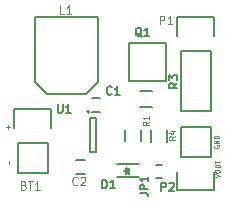
<source format=gto>
G04 #@! TF.FileFunction,Legend,Top*
%FSLAX46Y46*%
G04 Gerber Fmt 4.6, Leading zero omitted, Abs format (unit mm)*
G04 Created by KiCad (PCBNEW 4.0.4-stable) date 10/01/16 14:24:09*
%MOMM*%
%LPD*%
G01*
G04 APERTURE LIST*
%ADD10C,0.100000*%
%ADD11C,0.150000*%
%ADD12C,0.125000*%
G04 APERTURE END LIST*
D10*
X184080952Y-123729762D02*
X184480952Y-123596428D01*
X184080952Y-123463095D01*
X184080952Y-123253571D02*
X184080952Y-123177381D01*
X184100000Y-123139286D01*
X184138095Y-123101190D01*
X184214286Y-123082143D01*
X184347619Y-123082143D01*
X184423810Y-123101190D01*
X184461905Y-123139286D01*
X184480952Y-123177381D01*
X184480952Y-123253571D01*
X184461905Y-123291667D01*
X184423810Y-123329762D01*
X184347619Y-123348810D01*
X184214286Y-123348810D01*
X184138095Y-123329762D01*
X184100000Y-123291667D01*
X184080952Y-123253571D01*
X184080952Y-122910714D02*
X184404762Y-122910714D01*
X184442857Y-122891666D01*
X184461905Y-122872619D01*
X184480952Y-122834523D01*
X184480952Y-122758333D01*
X184461905Y-122720238D01*
X184442857Y-122701190D01*
X184404762Y-122682142D01*
X184080952Y-122682142D01*
X184080952Y-122548809D02*
X184080952Y-122320237D01*
X184480952Y-122434523D02*
X184080952Y-122434523D01*
X184050000Y-121054762D02*
X184030952Y-121092857D01*
X184030952Y-121150000D01*
X184050000Y-121207143D01*
X184088095Y-121245238D01*
X184126190Y-121264286D01*
X184202381Y-121283334D01*
X184259524Y-121283334D01*
X184335714Y-121264286D01*
X184373810Y-121245238D01*
X184411905Y-121207143D01*
X184430952Y-121150000D01*
X184430952Y-121111905D01*
X184411905Y-121054762D01*
X184392857Y-121035714D01*
X184259524Y-121035714D01*
X184259524Y-121111905D01*
X184430952Y-120864286D02*
X184030952Y-120864286D01*
X184430952Y-120635714D01*
X184030952Y-120635714D01*
X184430952Y-120445238D02*
X184030952Y-120445238D01*
X184030952Y-120350000D01*
X184050000Y-120292857D01*
X184088095Y-120254762D01*
X184126190Y-120235714D01*
X184202381Y-120216666D01*
X184259524Y-120216666D01*
X184335714Y-120235714D01*
X184373810Y-120254762D01*
X184411905Y-120292857D01*
X184430952Y-120350000D01*
X184430952Y-120445238D01*
X166678571Y-122652381D02*
X166678571Y-122347619D01*
X166397619Y-119478571D02*
X166702381Y-119478571D01*
X166550000Y-119630952D02*
X166550000Y-119326190D01*
D11*
X169920000Y-120820000D02*
X169920000Y-123360000D01*
X170200000Y-118000000D02*
X170200000Y-119550000D01*
X169920000Y-120820000D02*
X167380000Y-120820000D01*
X167100000Y-119550000D02*
X167100000Y-118000000D01*
X167100000Y-118000000D02*
X170200000Y-118000000D01*
X167380000Y-120820000D02*
X167380000Y-123360000D01*
X167380000Y-123360000D02*
X169920000Y-123360000D01*
X174400000Y-118250000D02*
X173700000Y-118250000D01*
X173700000Y-117050000D02*
X174400000Y-117050000D01*
X173050000Y-123450000D02*
X172350000Y-123450000D01*
X172350000Y-122250000D02*
X173050000Y-122250000D01*
X177700000Y-122650000D02*
X175800000Y-122650000D01*
X177700000Y-123750000D02*
X175800000Y-123750000D01*
X176800000Y-123200000D02*
X176350000Y-123200000D01*
X176850000Y-123450000D02*
X176850000Y-122950000D01*
X176850000Y-123200000D02*
X176600000Y-123450000D01*
X176600000Y-123450000D02*
X176600000Y-122950000D01*
X176600000Y-122950000D02*
X176850000Y-123200000D01*
X179600000Y-122725000D02*
X179100000Y-122725000D01*
X179100000Y-123775000D02*
X179600000Y-123775000D01*
X168850000Y-115650000D02*
X169850000Y-116650000D01*
X173150000Y-116650000D02*
X174150000Y-115650000D01*
X174150000Y-110150000D02*
X174150000Y-115650000D01*
X173150000Y-116650000D02*
X169850000Y-116650000D01*
X168850000Y-115650000D02*
X168850000Y-110150000D01*
X168850000Y-110150000D02*
X174150000Y-110150000D01*
X181180000Y-113020000D02*
X181180000Y-118100000D01*
X181180000Y-118100000D02*
X183720000Y-118100000D01*
X183720000Y-118100000D02*
X183720000Y-113020000D01*
X184000000Y-110200000D02*
X184000000Y-111750000D01*
X183720000Y-113020000D02*
X181180000Y-113020000D01*
X180900000Y-111750000D02*
X180900000Y-110200000D01*
X180900000Y-110200000D02*
X184000000Y-110200000D01*
X181180000Y-122030000D02*
X181180000Y-119490000D01*
X180900000Y-124850000D02*
X180900000Y-123300000D01*
X181180000Y-122030000D02*
X183720000Y-122030000D01*
X184000000Y-123300000D02*
X184000000Y-124850000D01*
X184000000Y-124850000D02*
X180900000Y-124850000D01*
X183720000Y-122030000D02*
X183720000Y-119490000D01*
X183720000Y-119490000D02*
X181180000Y-119490000D01*
X176850000Y-113100000D02*
X176850000Y-115600000D01*
X176850000Y-115600000D02*
X179950000Y-115600000D01*
X179950000Y-115600000D02*
X179950000Y-112400000D01*
X179950000Y-112400000D02*
X176850000Y-112400000D01*
X176850000Y-112400000D02*
X176850000Y-113100000D01*
X176475000Y-120700000D02*
X176475000Y-119700000D01*
X177825000Y-119700000D02*
X177825000Y-120700000D01*
X178750000Y-117825000D02*
X177750000Y-117825000D01*
X177750000Y-116475000D02*
X178750000Y-116475000D01*
X178649000Y-120769000D02*
X178649000Y-119769000D01*
X179999000Y-119769000D02*
X179999000Y-120769000D01*
X173450000Y-118200000D02*
G75*
G03X173450000Y-118200000I-100000J0D01*
G01*
X174000000Y-118700000D02*
X173500000Y-118700000D01*
X174000000Y-121600000D02*
X174000000Y-118700000D01*
X173500000Y-121600000D02*
X174000000Y-121600000D01*
X173500000Y-118700000D02*
X173500000Y-121600000D01*
D12*
X167900000Y-124425000D02*
X168000000Y-124458333D01*
X168033333Y-124491667D01*
X168066667Y-124558333D01*
X168066667Y-124658333D01*
X168033333Y-124725000D01*
X168000000Y-124758333D01*
X167933333Y-124791667D01*
X167666667Y-124791667D01*
X167666667Y-124091667D01*
X167900000Y-124091667D01*
X167966667Y-124125000D01*
X168000000Y-124158333D01*
X168033333Y-124225000D01*
X168033333Y-124291667D01*
X168000000Y-124358333D01*
X167966667Y-124391667D01*
X167900000Y-124425000D01*
X167666667Y-124425000D01*
X168266667Y-124091667D02*
X168666667Y-124091667D01*
X168466667Y-124791667D02*
X168466667Y-124091667D01*
X169266666Y-124791667D02*
X168866666Y-124791667D01*
X169066666Y-124791667D02*
X169066666Y-124091667D01*
X169000000Y-124191667D01*
X168933333Y-124258333D01*
X168866666Y-124291667D01*
D11*
X175358334Y-116675000D02*
X175325000Y-116708333D01*
X175225000Y-116741667D01*
X175158334Y-116741667D01*
X175058334Y-116708333D01*
X174991667Y-116641667D01*
X174958334Y-116575000D01*
X174925000Y-116441667D01*
X174925000Y-116341667D01*
X174958334Y-116208333D01*
X174991667Y-116141667D01*
X175058334Y-116075000D01*
X175158334Y-116041667D01*
X175225000Y-116041667D01*
X175325000Y-116075000D01*
X175358334Y-116108333D01*
X176025000Y-116741667D02*
X175625000Y-116741667D01*
X175825000Y-116741667D02*
X175825000Y-116041667D01*
X175758334Y-116141667D01*
X175691667Y-116208333D01*
X175625000Y-116241667D01*
D12*
X172458334Y-124350000D02*
X172425000Y-124383333D01*
X172325000Y-124416667D01*
X172258334Y-124416667D01*
X172158334Y-124383333D01*
X172091667Y-124316667D01*
X172058334Y-124250000D01*
X172025000Y-124116667D01*
X172025000Y-124016667D01*
X172058334Y-123883333D01*
X172091667Y-123816667D01*
X172158334Y-123750000D01*
X172258334Y-123716667D01*
X172325000Y-123716667D01*
X172425000Y-123750000D01*
X172458334Y-123783333D01*
X172725000Y-123783333D02*
X172758334Y-123750000D01*
X172825000Y-123716667D01*
X172991667Y-123716667D01*
X173058334Y-123750000D01*
X173091667Y-123783333D01*
X173125000Y-123850000D01*
X173125000Y-123916667D01*
X173091667Y-124016667D01*
X172691667Y-124416667D01*
X173125000Y-124416667D01*
D11*
X174558334Y-124666667D02*
X174558334Y-123966667D01*
X174725000Y-123966667D01*
X174825000Y-124000000D01*
X174891667Y-124066667D01*
X174925000Y-124133333D01*
X174958334Y-124266667D01*
X174958334Y-124366667D01*
X174925000Y-124500000D01*
X174891667Y-124566667D01*
X174825000Y-124633333D01*
X174725000Y-124666667D01*
X174558334Y-124666667D01*
X175625000Y-124666667D02*
X175225000Y-124666667D01*
X175425000Y-124666667D02*
X175425000Y-123966667D01*
X175358334Y-124066667D01*
X175291667Y-124133333D01*
X175225000Y-124166667D01*
X177741667Y-125083333D02*
X178241667Y-125083333D01*
X178341667Y-125116667D01*
X178408333Y-125183333D01*
X178441667Y-125283333D01*
X178441667Y-125350000D01*
X178441667Y-124750000D02*
X177741667Y-124750000D01*
X177741667Y-124483334D01*
X177775000Y-124416667D01*
X177808333Y-124383334D01*
X177875000Y-124350000D01*
X177975000Y-124350000D01*
X178041667Y-124383334D01*
X178075000Y-124416667D01*
X178108333Y-124483334D01*
X178108333Y-124750000D01*
X178441667Y-123683334D02*
X178441667Y-124083334D01*
X178441667Y-123883334D02*
X177741667Y-123883334D01*
X177841667Y-123950000D01*
X177908333Y-124016667D01*
X177941667Y-124083334D01*
D12*
X171333333Y-109891667D02*
X171000000Y-109891667D01*
X171000000Y-109191667D01*
X171933333Y-109891667D02*
X171533333Y-109891667D01*
X171733333Y-109891667D02*
X171733333Y-109191667D01*
X171666667Y-109291667D01*
X171600000Y-109358333D01*
X171533333Y-109391667D01*
X179408334Y-110766667D02*
X179408334Y-110066667D01*
X179675000Y-110066667D01*
X179741667Y-110100000D01*
X179775000Y-110133333D01*
X179808334Y-110200000D01*
X179808334Y-110300000D01*
X179775000Y-110366667D01*
X179741667Y-110400000D01*
X179675000Y-110433333D01*
X179408334Y-110433333D01*
X180475000Y-110766667D02*
X180075000Y-110766667D01*
X180275000Y-110766667D02*
X180275000Y-110066667D01*
X180208334Y-110166667D01*
X180141667Y-110233333D01*
X180075000Y-110266667D01*
D11*
X179558334Y-124891667D02*
X179558334Y-124191667D01*
X179825000Y-124191667D01*
X179891667Y-124225000D01*
X179925000Y-124258333D01*
X179958334Y-124325000D01*
X179958334Y-124425000D01*
X179925000Y-124491667D01*
X179891667Y-124525000D01*
X179825000Y-124558333D01*
X179558334Y-124558333D01*
X180225000Y-124258333D02*
X180258334Y-124225000D01*
X180325000Y-124191667D01*
X180491667Y-124191667D01*
X180558334Y-124225000D01*
X180591667Y-124258333D01*
X180625000Y-124325000D01*
X180625000Y-124391667D01*
X180591667Y-124491667D01*
X180191667Y-124891667D01*
X180625000Y-124891667D01*
X177883333Y-111833333D02*
X177816667Y-111800000D01*
X177750000Y-111733333D01*
X177650000Y-111633333D01*
X177583333Y-111600000D01*
X177516667Y-111600000D01*
X177550000Y-111766667D02*
X177483333Y-111733333D01*
X177416667Y-111666667D01*
X177383333Y-111533333D01*
X177383333Y-111300000D01*
X177416667Y-111166667D01*
X177483333Y-111100000D01*
X177550000Y-111066667D01*
X177683333Y-111066667D01*
X177750000Y-111100000D01*
X177816667Y-111166667D01*
X177850000Y-111300000D01*
X177850000Y-111533333D01*
X177816667Y-111666667D01*
X177750000Y-111733333D01*
X177683333Y-111766667D01*
X177550000Y-111766667D01*
X178516666Y-111766667D02*
X178116666Y-111766667D01*
X178316666Y-111766667D02*
X178316666Y-111066667D01*
X178250000Y-111166667D01*
X178183333Y-111233333D01*
X178116666Y-111266667D01*
D12*
X178476190Y-119033333D02*
X178238095Y-119200000D01*
X178476190Y-119319047D02*
X177976190Y-119319047D01*
X177976190Y-119128571D01*
X178000000Y-119080952D01*
X178023810Y-119057143D01*
X178071429Y-119033333D01*
X178142857Y-119033333D01*
X178190476Y-119057143D01*
X178214286Y-119080952D01*
X178238095Y-119128571D01*
X178238095Y-119319047D01*
X178476190Y-118557143D02*
X178476190Y-118842857D01*
X178476190Y-118700000D02*
X177976190Y-118700000D01*
X178047619Y-118747619D01*
X178095238Y-118795238D01*
X178119048Y-118842857D01*
D11*
X180916667Y-115766666D02*
X180583333Y-116000000D01*
X180916667Y-116166666D02*
X180216667Y-116166666D01*
X180216667Y-115900000D01*
X180250000Y-115833333D01*
X180283333Y-115800000D01*
X180350000Y-115766666D01*
X180450000Y-115766666D01*
X180516667Y-115800000D01*
X180550000Y-115833333D01*
X180583333Y-115900000D01*
X180583333Y-116166666D01*
X180216667Y-115533333D02*
X180216667Y-115100000D01*
X180483333Y-115333333D01*
X180483333Y-115233333D01*
X180516667Y-115166666D01*
X180550000Y-115133333D01*
X180616667Y-115100000D01*
X180783333Y-115100000D01*
X180850000Y-115133333D01*
X180883333Y-115166666D01*
X180916667Y-115233333D01*
X180916667Y-115433333D01*
X180883333Y-115500000D01*
X180850000Y-115533333D01*
D12*
X180701190Y-120283333D02*
X180463095Y-120450000D01*
X180701190Y-120569047D02*
X180201190Y-120569047D01*
X180201190Y-120378571D01*
X180225000Y-120330952D01*
X180248810Y-120307143D01*
X180296429Y-120283333D01*
X180367857Y-120283333D01*
X180415476Y-120307143D01*
X180439286Y-120330952D01*
X180463095Y-120378571D01*
X180463095Y-120569047D01*
X180367857Y-119854762D02*
X180701190Y-119854762D01*
X180177381Y-119973809D02*
X180534524Y-120092857D01*
X180534524Y-119783333D01*
D11*
X170791667Y-117566667D02*
X170791667Y-118133333D01*
X170825000Y-118200000D01*
X170858333Y-118233333D01*
X170925000Y-118266667D01*
X171058333Y-118266667D01*
X171125000Y-118233333D01*
X171158333Y-118200000D01*
X171191667Y-118133333D01*
X171191667Y-117566667D01*
X171891666Y-118266667D02*
X171491666Y-118266667D01*
X171691666Y-118266667D02*
X171691666Y-117566667D01*
X171625000Y-117666667D01*
X171558333Y-117733333D01*
X171491666Y-117766667D01*
M02*

</source>
